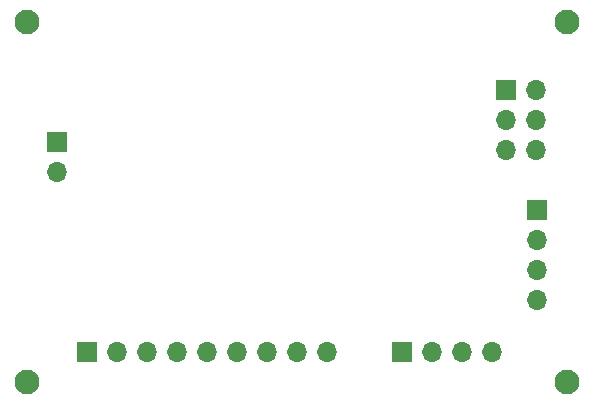
<source format=gbs>
%TF.GenerationSoftware,KiCad,Pcbnew,7.0.10*%
%TF.CreationDate,2024-01-19T03:53:19-05:00*%
%TF.ProjectId,Dattalogger_Board,44617474-616c-46f6-9767-65725f426f61,1*%
%TF.SameCoordinates,Original*%
%TF.FileFunction,Soldermask,Bot*%
%TF.FilePolarity,Negative*%
%FSLAX46Y46*%
G04 Gerber Fmt 4.6, Leading zero omitted, Abs format (unit mm)*
G04 Created by KiCad (PCBNEW 7.0.10) date 2024-01-19 03:53:19*
%MOMM*%
%LPD*%
G01*
G04 APERTURE LIST*
%ADD10R,1.700000X1.700000*%
%ADD11O,1.700000X1.700000*%
%ADD12C,2.100000*%
G04 APERTURE END LIST*
D10*
%TO.C,BT1*%
X132080000Y-73655000D03*
D11*
X132080000Y-76195000D03*
%TD*%
%TO.C,J4*%
X154950000Y-91440000D03*
X152410000Y-91440000D03*
X149870000Y-91440000D03*
X147330000Y-91440000D03*
X144790000Y-91440000D03*
X142250000Y-91440000D03*
X139710000Y-91440000D03*
X137170000Y-91440000D03*
D10*
X134630000Y-91440000D03*
%TD*%
D11*
%TO.C,J3*%
X172715000Y-74310000D03*
X170175000Y-74310000D03*
X172715000Y-71770000D03*
X170175000Y-71770000D03*
X172715000Y-69230000D03*
D10*
X170175000Y-69230000D03*
%TD*%
%TO.C,J2*%
X161300000Y-91440000D03*
D11*
X163840000Y-91440000D03*
X166380000Y-91440000D03*
X168920000Y-91440000D03*
%TD*%
D10*
%TO.C,J1*%
X172720000Y-79385000D03*
D11*
X172720000Y-81925000D03*
X172720000Y-84465000D03*
X172720000Y-87005000D03*
%TD*%
D12*
%TO.C,H4*%
X175260000Y-93980000D03*
%TD*%
%TO.C,H3*%
X175260000Y-63500000D03*
%TD*%
%TO.C,H2*%
X129540000Y-93980000D03*
%TD*%
%TO.C,H1*%
X129540000Y-63500000D03*
%TD*%
M02*

</source>
